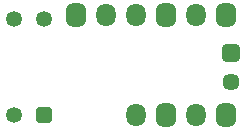
<source format=gbs>
G04*
G04 #@! TF.GenerationSoftware,Altium Limited,Altium Designer,21.1.1 (26)*
G04*
G04 Layer_Color=16711935*
%FSLAX25Y25*%
%MOIN*%
G70*
G04*
G04 #@! TF.SameCoordinates,796318E6-0720-4558-8E08-BFF37AF7A405*
G04*
G04*
G04 #@! TF.FilePolarity,Negative*
G04*
G01*
G75*
G04:AMPARAMS|DCode=41|XSize=64.96mil|YSize=76.77mil|CornerRadius=17.72mil|HoleSize=0mil|Usage=FLASHONLY|Rotation=0.000|XOffset=0mil|YOffset=0mil|HoleType=Round|Shape=RoundedRectangle|*
%AMROUNDEDRECTD41*
21,1,0.06496,0.04134,0,0,0.0*
21,1,0.02953,0.07677,0,0,0.0*
1,1,0.03543,0.01476,-0.02067*
1,1,0.03543,-0.01476,-0.02067*
1,1,0.03543,-0.01476,0.02067*
1,1,0.03543,0.01476,0.02067*
%
%ADD41ROUNDEDRECTD41*%
%ADD42O,0.06496X0.07677*%
%ADD43C,0.05709*%
G04:AMPARAMS|DCode=44|XSize=57.09mil|YSize=57.09mil|CornerRadius=10.63mil|HoleSize=0mil|Usage=FLASHONLY|Rotation=90.000|XOffset=0mil|YOffset=0mil|HoleType=Round|Shape=RoundedRectangle|*
%AMROUNDEDRECTD44*
21,1,0.05709,0.03583,0,0,90.0*
21,1,0.03583,0.05709,0,0,90.0*
1,1,0.02126,0.01791,0.01791*
1,1,0.02126,0.01791,-0.01791*
1,1,0.02126,-0.01791,-0.01791*
1,1,0.02126,-0.01791,0.01791*
%
%ADD44ROUNDEDRECTD44*%
%ADD45C,0.05315*%
G04:AMPARAMS|DCode=46|XSize=53.15mil|YSize=53.15mil|CornerRadius=10.04mil|HoleSize=0mil|Usage=FLASHONLY|Rotation=90.000|XOffset=0mil|YOffset=0mil|HoleType=Round|Shape=RoundedRectangle|*
%AMROUNDEDRECTD46*
21,1,0.05315,0.03307,0,0,90.0*
21,1,0.03307,0.05315,0,0,90.0*
1,1,0.02008,0.01654,0.01654*
1,1,0.02008,0.01654,-0.01654*
1,1,0.02008,-0.01654,-0.01654*
1,1,0.02008,-0.01654,0.01654*
%
%ADD46ROUNDEDRECTD46*%
D41*
X56496Y5118D02*
D03*
X76496D02*
D03*
X56496Y38189D02*
D03*
X76496D02*
D03*
X26496D02*
D03*
D42*
X46496Y5118D02*
D03*
X66496D02*
D03*
X46496Y38189D02*
D03*
X66496D02*
D03*
X36496D02*
D03*
D43*
X78347Y15945D02*
D03*
D44*
Y25787D02*
D03*
D45*
X5827Y5063D02*
D03*
X15827Y37063D02*
D03*
X5827D02*
D03*
D46*
X15827Y5063D02*
D03*
M02*

</source>
